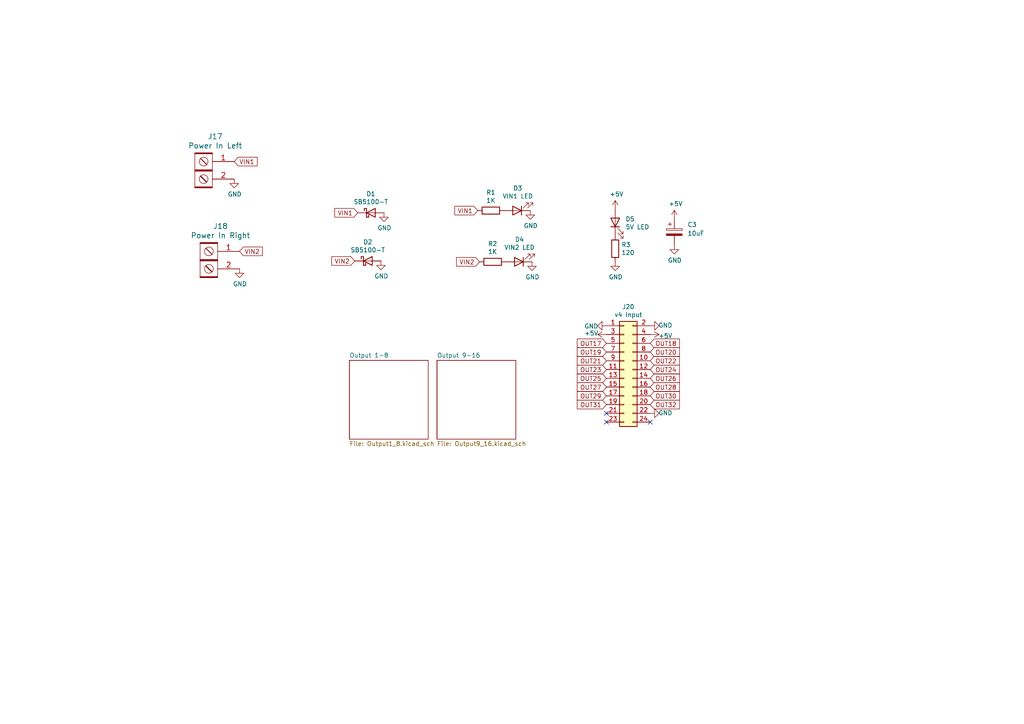
<source format=kicad_sch>
(kicad_sch (version 20211123) (generator eeschema)
  (paper "A4")
  (title_block (title "16 Expansion 24pin") (date "2022-05-09") (rev "v1") (company "Scott Hanson"))
  (lib_symbols
    (symbol "Barrier_Blocks:BARRIER_BLOCK_1ROW_2POS" (pin_names (offset 1.016) hide)
      (property "Reference" "TB" (at 0.127 -6.731 0))
      (property "Value" "BARRIER_BLOCK_1ROW_2POS" (at 0.254 6.35 0))
      (symbol "BARRIER_BLOCK_1ROW_2POS_0_1"
        (rectangle (start -2.54 5.08) (end 2.54 -5.08))
        (circle (center 0 -2.54) (radius 1.27))
        (polyline (pts (xy -2.54 -4.699) (xy -2.54 -5.08) (xy 2.54 -5.08) (xy 2.54 -4.699)) (fill (type outline)))
        (polyline (pts (xy -2.54 0.254) (xy -2.54 -0.254) (xy 2.54 -0.254) (xy 2.54 0.254)) (fill (type outline)))
        (polyline (pts (xy -2.54 4.699) (xy -2.54 5.08) (xy 2.54 5.08) (xy 2.54 4.699)) (fill (type outline)))
        (polyline (pts (xy -0.8382 -3.5052) (xy -0.9652 -3.3782) (xy 0.8128 -1.6002) (xy 0.9652 -1.7018) (xy -0.8382 -3.5052)) (fill (type outline)))
        (polyline (pts (xy -0.8382 1.5748) (xy -0.9652 1.6764) (xy -0.0508 2.5908) (xy 0.8382 3.4798) (xy 0.9652 3.3528) (xy 0.9652 3.3528)) (fill (type outline)))
        (circle (center 0 2.54) (radius 1.27))
      )
      (symbol "BARRIER_BLOCK_1ROW_2POS_1_1"
        (pin passive line (at -8.89 2.54 0) (length 6.35) (name "P1") (number "1"))
        (pin passive line (at -8.89 -2.54 0) (length 6.35) (name "P2") (number "2"))
      )
    )
    (symbol "Connector_Generic:Conn_02x12_Odd_Even" (pin_names (offset 1.016) hide)
      (property "Reference" "J" (at 1.27 15.24 0))
      (property "Value" "Conn_02x12_Odd_Even" (at 1.27 -17.78 0))
      (symbol "Conn_02x12_Odd_Even_1_1"
        (rectangle (start -1.27 -15.113) (end 0 -15.367) (stroke (width 0.1524)))
        (rectangle (start -1.27 -12.573) (end 0 -12.827) (stroke (width 0.1524)))
        (rectangle (start -1.27 -10.033) (end 0 -10.287) (stroke (width 0.1524)))
        (rectangle (start -1.27 -7.493) (end 0 -7.747) (stroke (width 0.1524)))
        (rectangle (start -1.27 -4.953) (end 0 -5.207) (stroke (width 0.1524)))
        (rectangle (start -1.27 -2.413) (end 0 -2.667) (stroke (width 0.1524)))
        (rectangle (start -1.27 0.127) (end 0 -0.127) (stroke (width 0.1524)))
        (rectangle (start -1.27 2.667) (end 0 2.413) (stroke (width 0.1524)))
        (rectangle (start -1.27 5.207) (end 0 4.953) (stroke (width 0.1524)))
        (rectangle (start -1.27 7.747) (end 0 7.493) (stroke (width 0.1524)))
        (rectangle (start -1.27 10.287) (end 0 10.033) (stroke (width 0.1524)))
        (rectangle (start -1.27 12.827) (end 0 12.573) (stroke (width 0.1524)))
        (rectangle (start -1.27 13.97) (end 3.81 -16.51) (stroke (width 0.254)) (fill (type background)))
        (rectangle (start 3.81 -15.113) (end 2.54 -15.367) (stroke (width 0.1524)))
        (rectangle (start 3.81 -12.573) (end 2.54 -12.827) (stroke (width 0.1524)))
        (rectangle (start 3.81 -10.033) (end 2.54 -10.287) (stroke (width 0.1524)))
        (rectangle (start 3.81 -7.493) (end 2.54 -7.747) (stroke (width 0.1524)))
        (rectangle (start 3.81 -4.953) (end 2.54 -5.207) (stroke (width 0.1524)))
        (rectangle (start 3.81 -2.413) (end 2.54 -2.667) (stroke (width 0.1524)))
        (rectangle (start 3.81 0.127) (end 2.54 -0.127) (stroke (width 0.1524)))
        (rectangle (start 3.81 2.667) (end 2.54 2.413) (stroke (width 0.1524)))
        (rectangle (start 3.81 5.207) (end 2.54 4.953) (stroke (width 0.1524)))
        (rectangle (start 3.81 7.747) (end 2.54 7.493) (stroke (width 0.1524)))
        (rectangle (start 3.81 10.287) (end 2.54 10.033) (stroke (width 0.1524)))
        (rectangle (start 3.81 12.827) (end 2.54 12.573) (stroke (width 0.1524)))
        (pin passive line (at -5.08 12.7 0) (length 3.81) (name "Pin_1") (number "1"))
        (pin passive line (at 7.62 2.54 180) (length 3.81) (name "Pin_10") (number "10"))
        (pin passive line (at -5.08 0 0) (length 3.81) (name "Pin_11") (number "11"))
        (pin passive line (at 7.62 0 180) (length 3.81) (name "Pin_12") (number "12"))
        (pin passive line (at -5.08 -2.54 0) (length 3.81) (name "Pin_13") (number "13"))
        (pin passive line (at 7.62 -2.54 180) (length 3.81) (name "Pin_14") (number "14"))
        (pin passive line (at -5.08 -5.08 0) (length 3.81) (name "Pin_15") (number "15"))
        (pin passive line (at 7.62 -5.08 180) (length 3.81) (name "Pin_16") (number "16"))
        (pin passive line (at -5.08 -7.62 0) (length 3.81) (name "Pin_17") (number "17"))
        (pin passive line (at 7.62 -7.62 180) (length 3.81) (name "Pin_18") (number "18"))
        (pin passive line (at -5.08 -10.16 0) (length 3.81) (name "Pin_19") (number "19"))
        (pin passive line (at 7.62 12.7 180) (length 3.81) (name "Pin_2") (number "2"))
        (pin passive line (at 7.62 -10.16 180) (length 3.81) (name "Pin_20") (number "20"))
        (pin passive line (at -5.08 -12.7 0) (length 3.81) (name "Pin_21") (number "21"))
        (pin passive line (at 7.62 -12.7 180) (length 3.81) (name "Pin_22") (number "22"))
        (pin passive line (at -5.08 -15.24 0) (length 3.81) (name "Pin_23") (number "23"))
        (pin passive line (at 7.62 -15.24 180) (length 3.81) (name "Pin_24") (number "24"))
        (pin passive line (at -5.08 10.16 0) (length 3.81) (name "Pin_3") (number "3"))
        (pin passive line (at 7.62 10.16 180) (length 3.81) (name "Pin_4") (number "4"))
        (pin passive line (at -5.08 7.62 0) (length 3.81) (name "Pin_5") (number "5"))
        (pin passive line (at 7.62 7.62 180) (length 3.81) (name "Pin_6") (number "6"))
        (pin passive line (at -5.08 5.08 0) (length 3.81) (name "Pin_7") (number "7"))
        (pin passive line (at 7.62 5.08 180) (length 3.81) (name "Pin_8") (number "8"))
        (pin passive line (at -5.08 2.54 0) (length 3.81) (name "Pin_9") (number "9"))
      )
    )
    (symbol "Device:C_Polarized" (pin_numbers hide) (pin_names (offset 0.254))
      (property "Reference" "C" (at 0.635 2.54 0))
      (property "Value" "C_Polarized" (at 0.635 -2.54 0))
      (symbol "C_Polarized_0_1"
        (rectangle (start -2.286 0.508) (end 2.286 1.016))
        (polyline (pts (xy -1.778 2.286) (xy -0.762 2.286)))
        (polyline (pts (xy -1.27 2.794) (xy -1.27 1.778)))
        (rectangle (start 2.286 -0.508) (end -2.286 -1.016) (fill (type outline)))
      )
      (symbol "C_Polarized_1_1"
        (pin passive line (at 0 3.81 270) (length 2.794) (name "~") (number "1"))
        (pin passive line (at 0 -3.81 90) (length 2.794) (name "~") (number "2"))
      )
    )
    (symbol "Device:D_Schottky" (pin_numbers hide) (pin_names (offset 1.016) hide)
      (property "Reference" "D" (at 0 2.54 0))
      (property "Value" "D_Schottky" (at 0 -2.54 0))
      (symbol "D_Schottky_0_1"
        (polyline (pts (xy 1.27 0) (xy -1.27 0)))
        (polyline (pts (xy 1.27 1.27) (xy 1.27 -1.27) (xy -1.27 0) (xy 1.27 1.27)) (stroke (width 0.254)))
        (polyline (pts (xy -1.905 0.635) (xy -1.905 1.27) (xy -1.27 1.27) (xy -1.27 -1.27) (xy -0.635 -1.27) (xy -0.635 -0.635)) (stroke (width 0.254)))
      )
      (symbol "D_Schottky_1_1"
        (pin passive line (at -3.81 0 0) (length 2.54) (name "K") (number "1"))
        (pin passive line (at 3.81 0 180) (length 2.54) (name "A") (number "2"))
      )
    )
    (symbol "Device:LED" (pin_numbers hide) (pin_names (offset 1.016) hide)
      (property "Reference" "D" (at 0 2.54 0))
      (property "Value" "LED" (at 0 -2.54 0))
      (symbol "LED_0_1"
        (polyline (pts (xy -1.27 -1.27) (xy -1.27 1.27)) (stroke (width 0.254)))
        (polyline (pts (xy -1.27 0) (xy 1.27 0)))
        (polyline (pts (xy 1.27 -1.27) (xy 1.27 1.27) (xy -1.27 0) (xy 1.27 -1.27)) (stroke (width 0.254)))
        (polyline (pts (xy -3.048 -0.762) (xy -4.572 -2.286) (xy -3.81 -2.286) (xy -4.572 -2.286) (xy -4.572 -1.524)))
        (polyline (pts (xy -1.778 -0.762) (xy -3.302 -2.286) (xy -2.54 -2.286) (xy -3.302 -2.286) (xy -3.302 -1.524)))
      )
      (symbol "LED_1_1"
        (pin passive line (at -3.81 0 0) (length 2.54) (name "K") (number "1"))
        (pin passive line (at 3.81 0 180) (length 2.54) (name "A") (number "2"))
      )
    )
    (symbol "Device:R" (pin_numbers hide) (pin_names (offset 0))
      (property "Reference" "R" (at 2.032 0 90))
      (property "Value" "R" (at 0 0 90))
      (symbol "R_0_1"
        (rectangle (start -1.016 -2.54) (end 1.016 2.54) (stroke (width 0.254)))
      )
      (symbol "R_1_1"
        (pin passive line (at 0 3.81 270) (length 1.27) (name "~") (number "1"))
        (pin passive line (at 0 -3.81 90) (length 1.27) (name "~") (number "2"))
      )
    )
    (symbol "power:+5V" (power) (pin_names (offset 0))
      (property "Value" "+5V" (at 0 3.556 0))
      (symbol "+5V_0_1"
        (polyline (pts (xy -0.762 1.27) (xy 0 2.54)))
        (polyline (pts (xy 0 0) (xy 0 2.54)))
        (polyline (pts (xy 0 2.54) (xy 0.762 1.27)))
      )
      (symbol "+5V_1_1"
        (pin power_in line (at 0 0 90) (length 0) hide (name "+5V") (number "1"))
      )
    )
    (symbol "power:GND" (power) (pin_names (offset 0))
      (property "Value" "GND" (at 0 -3.81 0))
      (symbol "GND_0_1"
        (polyline (pts (xy 0 0) (xy 0 -1.27) (xy 1.27 -1.27) (xy 0 -2.54) (xy -1.27 -1.27) (xy 0 -1.27)))
      )
      (symbol "GND_1_1"
        (pin power_in line (at 0 0 270) (length 0) hide (name "GND") (number "1"))
      )
    )
  )
  (no_connect (at 175.895 119.888))
  (no_connect (at 175.895 122.428))
  (no_connect (at 188.595 122.428))
  (global_label "OUT23" (shape input) (at 175.895 107.188 180) (property "Intersheet References" "${INTERSHEET_REFS}" (effects hide)))
  (global_label "OUT29" (shape input) (at 175.895 114.808 180) (property "Intersheet References" "${INTERSHEET_REFS}" (effects hide)))
  (global_label "VIN2" (shape input) (at 69.469 72.898 0) (property "Intersheet References" "${INTERSHEET_REFS}" (effects hide)))
  (global_label "OUT30" (shape input) (at 188.595 114.808 0) (property "Intersheet References" "${INTERSHEET_REFS}" (effects hide)))
  (global_label "VIN2" (shape input) (at 139.065 75.946 180) (property "Intersheet References" "${INTERSHEET_REFS}" (effects hide)))
  (global_label "VIN2" (shape input) (at 102.87 75.692 180) (property "Intersheet References" "${INTERSHEET_REFS}" (effects hide)))
  (global_label "VIN1" (shape input) (at 138.557 61.087 180) (property "Intersheet References" "${INTERSHEET_REFS}" (effects hide)))
  (global_label "VIN1" (shape input) (at 67.945 46.863 0) (property "Intersheet References" "${INTERSHEET_REFS}" (effects hide)))
  (global_label "OUT26" (shape input) (at 188.595 109.728 0) (property "Intersheet References" "${INTERSHEET_REFS}" (effects hide)))
  (global_label "OUT22" (shape input) (at 188.595 104.648 0) (property "Intersheet References" "${INTERSHEET_REFS}" (effects hide)))
  (global_label "VIN1" (shape input) (at 103.759 61.722 180) (property "Intersheet References" "${INTERSHEET_REFS}" (effects hide)))
  (global_label "OUT28" (shape input) (at 188.595 112.268 0) (property "Intersheet References" "${INTERSHEET_REFS}" (effects hide)))
  (global_label "OUT20" (shape input) (at 188.595 102.108 0) (property "Intersheet References" "${INTERSHEET_REFS}" (effects hide)))
  (global_label "OUT21" (shape input) (at 175.895 104.648 180) (property "Intersheet References" "${INTERSHEET_REFS}" (effects hide)))
  (global_label "OUT19" (shape input) (at 175.895 102.108 180) (property "Intersheet References" "${INTERSHEET_REFS}" (effects hide)))
  (global_label "OUT18" (shape input) (at 188.595 99.568 0) (property "Intersheet References" "${INTERSHEET_REFS}" (effects hide)))
  (global_label "OUT24" (shape input) (at 188.595 107.188 0) (property "Intersheet References" "${INTERSHEET_REFS}" (effects hide)))
  (global_label "OUT25" (shape input) (at 175.895 109.728 180) (property "Intersheet References" "${INTERSHEET_REFS}" (effects hide)))
  (global_label "OUT31" (shape input) (at 175.895 117.348 180) (property "Intersheet References" "${INTERSHEET_REFS}" (effects hide)))
  (global_label "OUT17" (shape input) (at 175.895 99.568 180) (property "Intersheet References" "${INTERSHEET_REFS}" (effects hide)))
  (global_label "OUT32" (shape input) (at 188.595 117.348 0) (property "Intersheet References" "${INTERSHEET_REFS}" (effects hide)))
  (global_label "OUT27" (shape input) (at 175.895 112.268 180) (property "Intersheet References" "${INTERSHEET_REFS}" (effects hide)))
  (symbol (lib_id "power:GND") (at 67.945 51.943 0) (unit 1)
    (property "Reference" "#PWR0101" (effects hide))
    (property "Value" "GND" (at 68.072 56.3372 0))
  )
  (symbol (lib_id "Device:D_Schottky") (at 106.68 75.692 0) (unit 1)
    (property "Reference" "D2" (at 106.68 70.2056 0))
    (property "Value" "SB5100-T" (at 106.68 72.517 0))
    (property "Digi-Key_PN" "SB5100DICT-ND" (effects hide))
    (property "MPN" "SB5100-T" (effects hide))
  )
  (symbol (lib_id "Device:D_Schottky") (at 107.569 61.722 0) (unit 1)
    (property "Reference" "D1" (at 107.569 56.2356 0))
    (property "Value" "SB5100-T" (at 107.569 58.547 0))
    (property "Digi-Key_PN" "SB5100DICT-ND" (effects hide))
    (property "MPN" "SB5100-T" (effects hide))
  )
  (symbol (lib_id "power:GND") (at 110.49 75.692 0) (unit 1)
    (property "Reference" "#PWR0102" (effects hide))
    (property "Value" "GND" (at 110.617 80.0862 0))
  )
  (symbol (lib_id "power:GND") (at 111.379 61.722 0) (unit 1)
    (property "Reference" "#PWR0103" (effects hide))
    (property "Value" "GND" (at 111.506 66.1162 0))
  )
  (symbol (lib_id "power:GND") (at 69.469 77.978 0) (unit 1)
    (property "Reference" "#PWR02" (effects hide))
    (property "Value" "GND" (at 69.596 82.3722 0))
  )
  (symbol (lib_id "Device:LED") (at 149.987 61.087 180) (unit 1)
    (property "Reference" "D3" (at 150.1648 54.61 0))
    (property "Value" "VIN1 LED" (at 150.1648 56.9214 0))
    (property "Digi-Key_PN" "754-1217-ND" (effects hide))
    (property "MPN" "WP3A8GD" (effects hide))
  )
  (symbol (lib_id "Device:LED") (at 150.495 75.946 180) (unit 1)
    (property "Reference" "D4" (at 150.6728 69.469 0))
    (property "Value" "VIN2 LED" (at 150.6728 71.7804 0))
    (property "Digi-Key_PN" "754-1217-ND" (effects hide))
    (property "MPN" "WP3A8GD" (effects hide))
  )
  (symbol (lib_id "Device:R") (at 142.367 61.087 270) (unit 1)
    (property "Reference" "R1" (at 142.367 55.8292 90))
    (property "Value" "1K" (at 142.367 58.1406 90))
    (property "Digi-Key_PN" "CF14JT1K00CT-ND" (effects hide))
    (property "MPN" "CF14JT1K00" (effects hide))
  )
  (symbol (lib_id "Device:R") (at 142.875 75.946 270) (unit 1)
    (property "Reference" "R2" (at 142.875 70.6882 90))
    (property "Value" "1K" (at 142.875 72.9996 90))
    (property "Digi-Key_PN" "CF14JT1K00CT-ND" (effects hide))
    (property "MPN" "CF14JT1K00" (effects hide))
  )
  (symbol (lib_id "power:GND") (at 153.797 61.087 0) (unit 1)
    (property "Reference" "#PWR0111" (effects hide))
    (property "Value" "GND" (at 153.924 65.4812 0))
  )
  (symbol (lib_id "power:GND") (at 154.305 75.946 0) (unit 1)
    (property "Reference" "#PWR0112" (effects hide))
    (property "Value" "GND" (at 154.432 80.3402 0))
  )
  (symbol (lib_id "Device:R") (at 178.435 72.136 180) (unit 1)
    (property "Reference" "R3" (at 180.213 70.9676 0) (effects (justify right)))
    (property "Value" "120" (at 180.213 73.279 0) (effects (justify right)))
    (property "Digi-Key_PN" "CF14JT120RCT-ND" (effects hide))
    (property "MPN" "CF14JT120R" (effects hide))
  )
  (symbol (lib_id "Device:LED") (at 178.435 64.516 90) (unit 1)
    (property "Reference" "D5" (at 181.4068 63.5254 90) (effects (justify right)))
    (property "Value" "5V LED" (at 181.4068 65.8368 90) (effects (justify right)))
    (property "Digi-Key_PN" "754-1217-ND" (effects hide))
    (property "MPN" "WP3A8GD" (effects hide))
  )
  (symbol (lib_id "power:+5V") (at 178.435 60.706 0) (unit 1)
    (property "Reference" "#PWR040" (effects hide))
    (property "Value" "+5V" (at 178.816 56.3118 0))
  )
  (symbol (lib_id "power:GND") (at 178.435 75.946 0) (unit 1)
    (property "Reference" "#PWR052" (effects hide))
    (property "Value" "GND" (at 178.562 80.3402 0))
  )
  (symbol (lib_id "Barrier_Blocks:BARRIER_BLOCK_1ROW_2POS") (at 59.055 49.403 0) (mirror y) (unit 1)
    (property "Reference" "J17" (at 62.4332 39.5732 0) (effects (font (size 1.524 1.524))))
    (property "Value" "Power In Left" (at 62.4332 42.2656 0) (effects (font (size 1.524 1.524))))
    (property "Digi-Key_PN" "ED2953-ND" (effects hide))
    (property "MPN" "OSTYK51102030" (effects hide))
  )
  (symbol (lib_id "Barrier_Blocks:BARRIER_BLOCK_1ROW_2POS") (at 60.579 75.438 0) (mirror y) (unit 1)
    (property "Reference" "J18" (at 63.9572 65.6082 0) (effects (font (size 1.524 1.524))))
    (property "Value" "Power In Right" (at 63.9572 68.3006 0) (effects (font (size 1.524 1.524))))
    (property "Digi-Key_PN" "ED2953-ND" (effects hide))
    (property "MPN" "OSTYK51102030" (effects hide))
  )
  (symbol (lib_id "Connector_Generic:Conn_02x12_Odd_Even") (at 180.975 107.188 0) (unit 1)
    (property "Reference" "J20" (at 182.245 88.9762 0))
    (property "Value" "v4 Input" (at 182.245 91.2876 0))
    (property "Digi-Key_PN" "ED10525-ND" (effects hide))
    (property "MPN" "302-S241" (effects hide))
  )
  (symbol (lib_id "power:GND") (at 188.595 94.488 90) (unit 1)
    (property "Reference" "#PWR0104" (effects hide))
    (property "Value" "GND" (at 192.9892 94.361 90))
  )
  (symbol (lib_id "power:GND") (at 175.895 94.488 270) (unit 1)
    (property "Reference" "#PWR0108" (effects hide))
    (property "Value" "GND" (at 171.5008 94.615 90))
  )
  (symbol (lib_id "power:+5V") (at 188.595 97.028 270) (unit 1)
    (property "Reference" "#PWR0109" (effects hide))
    (property "Value" "+5V" (at 192.9892 97.409 90))
  )
  (symbol (lib_id "power:+5V") (at 175.895 97.028 90) (unit 1)
    (property "Reference" "#PWR0113" (effects hide))
    (property "Value" "+5V" (at 171.5008 96.647 90))
  )
  (symbol (lib_id "power:GND") (at 188.595 119.888 90) (unit 1)
    (property "Reference" "#PWR0114" (effects hide))
    (property "Value" "GND" (at 192.9892 119.761 90))
  )
  (symbol (lib_id "Device:C_Polarized") (at 195.58 67.31 0) (unit 1)
    (property "Reference" "C3" (at 199.39 65.1509 0) (effects (justify left)))
    (property "Value" "10uF" (at 199.39 67.6909 0) (effects (justify left)))
    (property "Footprint" "Capacitor_THT:C_Radial_D5.0mm_H11.0mm_P2.00mm" (effects hide))
    (property "Digi-Key_PN" "399-6597-ND" (effects hide))
    (property "MPN" "ESK106M016AC3AA" (effects hide))
  )
  (symbol (lib_id "power:GND") (at 195.58 71.12 0) (unit 1)
    (property "Reference" "#PWR03" (effects hide))
    (property "Value" "GND" (at 195.707 75.5142 0))
  )
  (symbol (lib_id "power:+5V") (at 195.58 63.5 0) (unit 1)
    (property "Reference" "#PWR01" (effects hide))
    (property "Value" "+5V" (at 195.961 59.1058 0))
  )
  (sheet (at 101.346 104.521) (size 22.86 22.86)
    (property "Sheet name" "Output 1-8" (at 101.346 103.8094 0) (effects (justify left bottom)))
    (property "Sheet file" "Output1_8.kicad_sch" (at 101.346 127.9656 0) (effects (justify left top)))
  )
  (sheet (at 126.746 104.521) (size 22.86 22.86)
    (property "Sheet name" "Output 9-16" (at 126.746 103.8094 0) (effects (justify left bottom)))
    (property "Sheet file" "Output9_16.kicad_sch" (at 126.746 127.9656 0) (effects (justify left top)))
  )
)
</source>
